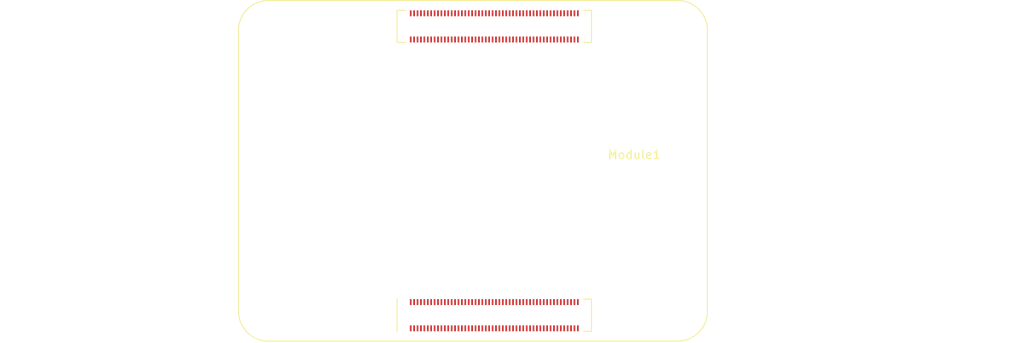
<source format=kicad_pcb>
(kicad_pcb (version 20240108) (generator "pcbnew") (generator_version "8.0")
  (layers (0 "F.Cu" signal) (31 "B.Cu" signal) (34 "B.Paste" user) (35 "F.Paste" user) (36 "B.SilkS" user "B.Silkscreen") (37 "F.SilkS" user "F.Silkscreen") (38 "B.Mask" user) (39 "F.Mask" user) (44 "Edge.Cuts" user))
  (net 0 "")
  (net 1 "GND")
  (net 2 "/+3.3v")
  (net 3 "/+5v")
  (net 4 "/CM4_HighSpeed/HDMI0_SDA")
  (net 5 "/CM4_HighSpeed/HDMI0_D2_N")
  (net 6 "/CM4_HighSpeed/HDMI0_CK_P")
  (net 7 "/CM4_HighSpeed/HDMI0_D1_P")
  (net 8 "/CM4_HighSpeed/HDMI0_CEC")
  (net 9 "/CM4_HighSpeed/HDMI0_CK_N")
  (net 10 "/CM4_HighSpeed/HDMI0_HOTPLUG")
  (net 11 "/CM4_HighSpeed/HDMI0_SCL")
  (net 12 "/CM4_HighSpeed/HDMI0_D0_N")
  (net 13 "/CM4_HighSpeed/HDMI0_D2_P")
  (net 14 "/CM4_HighSpeed/HDMI0_D1_N")
  (net 15 "/CM4_HighSpeed/HDMI0_D0_P")
  (net 16 "/CM4_GPIO ( Ethernet, GPIO, SDCARD)/AIN1")
  (net 17 "/CM4_GPIO ( Ethernet, GPIO, SDCARD)/EEPROM_nWP")
  (net 18 "/CM4_GPIO ( Ethernet, GPIO, SDCARD)/GLOBAL_EN")
  (net 19 "/CM4_GPIO ( Ethernet, GPIO, SDCARD)/SYNC_OUT")
  (net 20 "/CM4_GPIO ( Ethernet, GPIO, SDCARD)/SYNC_IN")
  (net 21 "/CM4_GPIO ( Ethernet, GPIO, SDCARD)/nRPIBOOT")
  (net 22 "/CM4_GPIO ( Ethernet, GPIO, SDCARD)/TV_OUT")
  (net 23 "/CM4_GPIO ( Ethernet, GPIO, SDCARD)/AIN0")
  (net 24 "/CM4_GPIO ( Ethernet, GPIO, SDCARD)/WL_nDis")
  (net 25 "/CM4_GPIO ( Ethernet, GPIO, SDCARD)/BT_nDis")
  (net 26 "/CM4_GPIO ( Ethernet, GPIO, SDCARD)/RUN_PG")
  (net 27 "/CM4_GPIO ( Ethernet, GPIO, SDCARD)/GPIO6")
  (net 28 "/CM4_GPIO ( Ethernet, GPIO, SDCARD)/GPIO14")
  (net 29 "/CM4_GPIO ( Ethernet, GPIO, SDCARD)/GPIO5")
  (net 30 "/CM4_GPIO ( Ethernet, GPIO, SDCARD)/GPIO12")
  (net 31 "/CM4_GPIO ( Ethernet, GPIO, SDCARD)/GPIO26")
  (net 32 "/CM4_GPIO ( Ethernet, GPIO, SDCARD)/GPIO18")
  (net 33 "/CM4_GPIO ( Ethernet, GPIO, SDCARD)/GPIO22")
  (net 34 "/CM4_GPIO ( Ethernet, GPIO, SDCARD)/GPIO10")
  (net 35 "/CM4_GPIO ( Ethernet, GPIO, SDCARD)/GPIO19")
  (net 36 "/CM4_GPIO ( Ethernet, GPIO, SDCARD)/GPIO13")
  (net 37 "/CM4_GPIO ( Ethernet, GPIO, SDCARD)/GPIO20")
  (net 38 "/CM4_GPIO ( Ethernet, GPIO, SDCARD)/GPIO21")
  (net 39 "/CM4_GPIO ( Ethernet, GPIO, SDCARD)/GPIO25")
  (net 40 "/CM4_GPIO ( Ethernet, GPIO, SDCARD)/GPIO17")
  (net 41 "/CM4_GPIO ( Ethernet, GPIO, SDCARD)/GPIO24")
  (net 42 "/CM4_GPIO ( Ethernet, GPIO, SDCARD)/GPIO4")
  (net 43 "/CM4_GPIO ( Ethernet, GPIO, SDCARD)/GPIO3")
  (net 44 "/CM4_GPIO ( Ethernet, GPIO, SDCARD)/GPIO15")
  (net 45 "/CM4_GPIO ( Ethernet, GPIO, SDCARD)/GPIO2")
  (net 46 "/CM4_GPIO ( Ethernet, GPIO, SDCARD)/GPIO8")
  (net 47 "/CM4_GPIO ( Ethernet, GPIO, SDCARD)/ID_SD")
  (net 48 "/CM4_GPIO ( Ethernet, GPIO, SDCARD)/GPIO16")
  (net 49 "/CM4_GPIO ( Ethernet, GPIO, SDCARD)/GPIO7")
  (net 50 "/CM4_GPIO ( Ethernet, GPIO, SDCARD)/GPIO11")
  (net 51 "/CM4_GPIO ( Ethernet, GPIO, SDCARD)/ID_SC")
  (net 52 "/CM4_GPIO ( Ethernet, GPIO, SDCARD)/GPIO23")
  (net 53 "/CM4_GPIO ( Ethernet, GPIO, SDCARD)/GPIO27")
  (net 54 "/CM4_GPIO ( Ethernet, GPIO, SDCARD)/GPIO9")
  (net 55 "/CM4_GPIO ( Ethernet, GPIO, SDCARD)/SD_CLK")
  (net 56 "/CM4_GPIO ( Ethernet, GPIO, SDCARD)/SD_DAT3")
  (net 57 "/CM4_GPIO ( Ethernet, GPIO, SDCARD)/SD_DAT1")
  (net 58 "/CM4_GPIO ( Ethernet, GPIO, SDCARD)/SD_DAT2")
  (net 59 "/CM4_GPIO ( Ethernet, GPIO, SDCARD)/SD_DAT0")
  (net 60 "/CM4_GPIO ( Ethernet, GPIO, SDCARD)/SD_CMD")
  (net 63 "/CM4_GPIO ( Ethernet, GPIO, SDCARD)/ETH_LEDG")
  (net 68 "Net-(Module1A-PI_nLED_Activity)")
  (net 69 "/CM4_GPIO ( Ethernet, GPIO, SDCARD)/TRD1_N")
  (net 70 "/CM4_HighSpeed/PCIE_CLK_N")
  (net 78 "/CM4_GPIO ( Ethernet, GPIO, SDCARD)/TRD2_N")
  (net 80 "/RTC , Wakeup, FAN/SDA")
  (net 85 "/CM4_HighSpeed/PCIE_CLK_nREQ")
  (net 87 "/CM4_GPIO ( Ethernet, GPIO, SDCARD)/TRD1_P")
  (net 88 "/CM4_HighSpeed/USB2_N")
  (net 93 "/CM4_GPIO ( Ethernet, GPIO, SDCARD)/TRD0_N")
  (net 94 "/CM4_HighSpeed/USBOTG_ID")
  (net 100 "/CM4_GPIO ( Ethernet, GPIO, SDCARD)/TRD3_P")
  (net 101 "/CM4_HighSpeed/USB2_P")
  (net 102 "/RTC , Wakeup, FAN/SCL")
  (net 103 "/CM4_GPIO ( Ethernet, GPIO, SDCARD)/TRD3_N")
  (net 104 "/CM4_GPIO ( Ethernet, GPIO, SDCARD)/SD_PWR_ON")
  (net 105 "/CM4_GPIO ( Ethernet, GPIO, SDCARD)/+1.8v")
  (net 109 "/CM4_GPIO ( Ethernet, GPIO, SDCARD)/TRD0_P")
  (net 110 "/CM4_GPIO ( Ethernet, GPIO, SDCARD)/GPIO_VREF")
  (net 113 "/CM4_GPIO ( Ethernet, GPIO, SDCARD)/Reserved")
  (net 117 "/CM4_GPIO ( Ethernet, GPIO, SDCARD)/ETH_LEDY")
  (net 122 "/CM4_HighSpeed/PCIE_TX_P")
  (net 126 "/CM4_HighSpeed/PCIE_RX_N")
  (net 127 "/CM4_HighSpeed/PCIE_nRST")
  (net 132 "/CM4_GPIO ( Ethernet, GPIO, SDCARD)/nPWR_LED")
  (net 133 "/CM4_HighSpeed/PCIE_TX_N")
  (net 135 "/nEXTRST")
  (net 136 "/CM4_HighSpeed/PCIE_RX_P")
  (net 139 "/CM4_GPIO ( Ethernet, GPIO, SDCARD)/TRD2_P")
  (net 142 "/CM4_HighSpeed/PCIE_CLK_P")
  (footprint "CM4IO:Raspberry-Pi-4-Compute-Module" (layer "F.Cu") (at 175.074874 119.08 90)
    (property "Reference" "Module1" (at 21.88 -8.554874 0) (layer "F.SilkS"))
    (property "Value" "ComputeModule4")
    (fp_line (start 36.5 -54.974874) (end 3.5 -54.974874) (stroke (width 0.12)) (layer "F.SilkS"))
    (fp_line (start 0 -51.474874) (end 0 -3.474874) (stroke (width 0.12)) (layer "F.SilkS"))
    (fp_line (start 38.85 -36.374874) (end 38.85 -35.374874) (stroke (width 0.12)) (layer "F.SilkS"))
    (fp_line (start 35.07 -36.374874) (end 38.85 -36.374874) (stroke (width 0.12)) (layer "F.SilkS"))
    (fp_line (start 35.07 -36.374874) (end 35.07 -35.374874) (stroke (width 0.12)) (layer "F.SilkS"))
    (fp_line (start 1.15 -36.374874) (end 4.93 -36.374874) (stroke (width 0.12)) (layer "F.SilkS"))
    (fp_line (start 38.85 -13.574874) (end 38.85 -14.574874) (stroke (width 0.12)) (layer "F.SilkS"))
    (fp_line (start 35.07 -13.574874) (end 35.07 -14.574874) (stroke (width 0.12)) (layer "F.SilkS"))
    (fp_line (start 35.07 -13.574874) (end 38.85 -13.574874) (stroke (width 0.12)) (layer "F.SilkS"))
    (fp_line (start 4.93 -13.574874) (end 4.93 -14.574874) (stroke (width 0.12)) (layer "F.SilkS"))
    (fp_line (start 1.15 -13.574874) (end 1.15 -14.574874) (stroke (width 0.12)) (layer "F.SilkS"))
    (fp_line (start 1.15 -13.574874) (end 4.93 -13.574874) (stroke (width 0.12)) (layer "F.SilkS"))
    (fp_line (start 40 -3.474874) (end 40 -51.474874) (stroke (width 0.12)) (layer "F.SilkS"))
    (fp_line (start 3.5 0.025126) (end 36.5 0.025126) (stroke (width 0.12)) (layer "F.SilkS"))
    (fp_arc (start 36.5 -54.974874) (mid 38.974865 -53.949746) (end 40 -51.474874) (stroke (width 0.12)) (layer "F.SilkS"))
    (fp_arc (start 0 -51.474874) (mid 1.025126 -53.949748) (end 3.5 -54.974874) (stroke (width 0.12)) (layer "F.SilkS"))
    (fp_arc (start 40 -3.474874) (mid 38.974875 -0.999998) (end 36.5 0.025126) (stroke (width 0.12)) (layer "F.SilkS"))
    (fp_arc (start 3.5 0.025126) (mid 1.025128 -1.000001) (end 0 -3.474874) (stroke (width 0.12)) (layer "F.SilkS"))
    (pad "" np_thru_hole circle (at 3.5 -51.474874 90) (size 2.7 2.7) (drill 2.7) (layers "*.Cu" "*.Mask") (clearance 1.7))
    (pad "" np_thru_hole circle (at 3.5 -3.474874 90) (size 2.7 2.7) (drill 2.7) (layers "*.Cu" "*.Mask") (clearance 1.7))
    (pad "" np_thru_hole circle (at 36.5 -51.474874 90) (size 2.7 2.7) (drill 2.7) (layers "*.Cu" "*.Mask") (clearance 1.7))
    (pad "" np_thru_hole circle (at 36.5 -3.474874 90) (size 2.7 2.7) (drill 2.7) (layers "*.Cu" "*.Mask") (clearance 1.7))
    (pad "1" smd rect (at 1.5 -34.774874) (size 0.2 0.7) (layers "F.Cu" "F.Paste" "F.Mask") (net 1 "GND"))
    (pad "2" smd rect (at 4.58 -34.774874) (size 0.2 0.7) (layers "F.Cu" "F.Paste" "F.Mask") (net 1 "GND"))
    (pad "3" smd rect (at 1.5 -34.374874) (size 0.2 0.7) (layers "F.Cu" "F.Paste" "F.Mask") (net 100 "/CM4_GPIO ( Ethernet, GPIO, SDCARD)/TRD3_P"))
    (pad "4" smd rect (at 4.58 -34.374874) (size 0.2 0.7) (layers "F.Cu" "F.Paste" "F.Mask") (net 87 "/CM4_GPIO ( Ethernet, GPIO, SDCARD)/TRD1_P"))
    (pad "5" smd rect (at 1.5 -33.974874) (size 0.2 0.7) (layers "F.Cu" "F.Paste" "F.Mask") (net 103 "/CM4_GPIO ( Ethernet, GPIO, SDCARD)/TRD3_N"))
    (pad "6" smd rect (at 4.58 -33.974874) (size 0.2 0.7) (layers "F.Cu" "F.Paste" "F.Mask") (net 69 "/CM4_GPIO ( Ethernet, GPIO, SDCARD)/TRD1_N"))
    (pad "7" smd rect (at 1.5 -33.574874) (size 0.2 0.7) (layers "F.Cu" "F.Paste" "F.Mask") (net 1 "GND"))
    (pad "8" smd rect (at 4.58 -33.574874) (size 0.2 0.7) (layers "F.Cu" "F.Paste" "F.Mask") (net 1 "GND"))
    (pad "9" smd rect (at 1.5 -33.174874) (size 0.2 0.7) (layers "F.Cu" "F.Paste" "F.Mask") (net 78 "/CM4_GPIO ( Ethernet, GPIO, SDCARD)/TRD2_N"))
    (pad "10" smd rect (at 4.58 -33.174874) (size 0.2 0.7) (layers "F.Cu" "F.Paste" "F.Mask") (net 93 "/CM4_GPIO ( Ethernet, GPIO, SDCARD)/TRD0_N"))
    (pad "11" smd rect (at 1.5 -32.774874) (size 0.2 0.7) (layers "F.Cu" "F.Paste" "F.Mask") (net 139 "/CM4_GPIO ( Ethernet, GPIO, SDCARD)/TRD2_P"))
    (pad "12" smd rect (at 4.58 -32.774874) (size 0.2 0.7) (layers "F.Cu" "F.Paste" "F.Mask") (net 109 "/CM4_GPIO ( Ethernet, GPIO, SDCARD)/TRD0_P"))
    (pad "13" smd rect (at 1.5 -32.374874) (size 0.2 0.7) (layers "F.Cu" "F.Paste" "F.Mask") (net 1 "GND"))
    (pad "14" smd rect (at 4.58 -32.374874) (size 0.2 0.7) (layers "F.Cu" "F.Paste" "F.Mask") (net 1 "GND"))
    (pad "15" smd rect (at 1.5 -31.974874) (size 0.2 0.7) (layers "F.Cu" "F.Paste" "F.Mask") (net 117 "/CM4_GPIO ( Ethernet, GPIO, SDCARD)/ETH_LEDY"))
    (pad "16" smd rect (at 4.58 -31.974874) (size 0.2 0.7) (layers "F.Cu" "F.Paste" "F.Mask") (net 20 "/CM4_GPIO ( Ethernet, GPIO, SDCARD)/SYNC_IN"))
    (pad "17" smd rect (at 1.5 -31.574874) (size 0.2 0.7) (layers "F.Cu" "F.Paste" "F.Mask") (net 63 "/CM4_GPIO ( Ethernet, GPIO, SDCARD)/ETH_LEDG"))
    (pad "18" smd rect (at 4.58 -31.574874) (size 0.2 0.7) (layers "F.Cu" "F.Paste" "F.Mask") (net 19 "/CM4_GPIO ( Ethernet, GPIO, SDCARD)/SYNC_OUT"))
    (pad "19" smd rect (at 1.5 -31.174874) (size 0.2 0.7) (layers "F.Cu" "F.Paste" "F.Mask"))
    (pad "20" smd rect (at 4.58 -31.174874) (size 0.2 0.7) (layers "F.Cu" "F.Paste" "F.Mask") (net 17 "/CM4_GPIO ( Ethernet, GPIO, SDCARD)/EEPROM_nWP"))
    (pad "21" smd rect (at 1.5 -30.774874) (size 0.2 0.7) (layers "F.Cu" "F.Paste" "F.Mask") (net 68 "Net-(Module1A-PI_nLED_Activity)"))
    (pad "22" smd rect (at 4.58 -30.774874) (size 0.2 0.7) (layers "F.Cu" "F.Paste" "F.Mask") (net 1 "GND"))
    (pad "23" smd rect (at 1.5 -30.374874) (size 0.2 0.7) (layers "F.Cu" "F.Paste" "F.Mask") (net 1 "GND"))
    (pad "24" smd rect (at 4.58 -30.374874) (size 0.2 0.7) (layers "F.Cu" "F.Paste" "F.Mask") (net 31 "/CM4_GPIO ( Ethernet, GPIO, SDCARD)/GPIO26"))
    (pad "25" smd rect (at 1.5 -29.974874) (size 0.2 0.7) (layers "F.Cu" "F.Paste" "F.Mask") (net 38 "/CM4_GPIO ( Ethernet, GPIO, SDCARD)/GPIO21"))
    (pad "26" smd rect (at 4.58 -29.974874) (size 0.2 0.7) (layers "F.Cu" "F.Paste" "F.Mask") (net 35 "/CM4_GPIO ( Ethernet, GPIO, SDCARD)/GPIO19"))
    (pad "27" smd rect (at 1.5 -29.574874) (size 0.2 0.7) (layers "F.Cu" "F.Paste" "F.Mask") (net 37 "/CM4_GPIO ( Ethernet, GPIO, SDCARD)/GPIO20"))
    (pad "28" smd rect (at 4.58 -29.574874) (size 0.2 0.7) (layers "F.Cu" "F.Paste" "F.Mask") (net 36 "/CM4_GPIO ( Ethernet, GPIO, SDCARD)/GPIO13"))
    (pad "29" smd rect (at 1.5 -29.174874) (size 0.2 0.7) (layers "F.Cu" "F.Paste" "F.Mask") (net 48 "/CM4_GPIO ( Ethernet, GPIO, SDCARD)/GPIO16"))
    (pad "30" smd rect (at 4.58 -29.174874) (size 0.2 0.7) (layers "F.Cu" "F.Paste" "F.Mask") (net 27 "/CM4_GPIO ( Ethernet, GPIO, SDCARD)/GPIO6"))
    (pad "31" smd rect (at 1.5 -28.774874) (size 0.2 0.7) (layers "F.Cu" "F.Paste" "F.Mask") (net 30 "/CM4_GPIO ( Ethernet, GPIO, SDCARD)/GPIO12"))
    (pad "32" smd rect (at 4.58 -28.774874) (size 0.2 0.7) (layers "F.Cu" "F.Paste" "F.Mask") (net 1 "GND"))
    (pad "33" smd rect (at 1.5 -28.374874) (size 0.2 0.7) (layers "F.Cu" "F.Paste" "F.Mask") (net 1 "GND"))
    (pad "34" smd rect (at 4.58 -28.374874) (size 0.2 0.7) (layers "F.Cu" "F.Paste" "F.Mask") (net 29 "/CM4_GPIO ( Ethernet, GPIO, SDCARD)/GPIO5"))
    (pad "35" smd rect (at 1.5 -27.974874) (size 0.2 0.7) (layers "F.Cu" "F.Paste" "F.Mask") (net 51 "/CM4_GPIO ( Ethernet, GPIO, SDCARD)/ID_SC"))
    (pad "36" smd rect (at 4.58 -27.974874) (size 0.2 0.7) (layers "F.Cu" "F.Paste" "F.Mask") (net 47 "/CM4_GPIO ( Ethernet, GPIO, SDCARD)/ID_SD"))
    (pad "37" smd rect (at 1.5 -27.574874) (size 0.2 0.7) (layers "F.Cu" "F.Paste" "F.Mask") (net 49 "/CM4_GPIO ( Ethernet, GPIO, SDCARD)/GPIO7"))
    (pad "38" smd rect (at 4.58 -27.574874) (size 0.2 0.7) (layers "F.Cu" "F.Paste" "F.Mask") (net 50 "/CM4_GPIO ( Ethernet, GPIO, SDCARD)/GPIO11"))
    (pad "39" smd rect (at 1.5 -27.174874) (size 0.2 0.7) (layers "F.Cu" "F.Paste" "F.Mask") (net 46 "/CM4_GPIO ( Ethernet, GPIO, SDCARD)/GPIO8"))
    (pad "40" smd rect (at 4.58 -27.174874) (size 0.2 0.7) (layers "F.Cu" "F.Paste" "F.Mask") (net 54 "/CM4_GPIO ( Ethernet, GPIO, SDCARD)/GPIO9"))
    (pad "41" smd rect (at 1.5 -26.774874) (size 0.2 0.7) (layers "F.Cu" "F.Paste" "F.Mask") (net 39 "/CM4_GPIO ( Ethernet, GPIO, SDCARD)/GPIO25"))
    (pad "42" smd rect (at 4.58 -26.774874) (size 0.2 0.7) (layers "F.Cu" "F.Paste" "F.Mask") (net 1 "GND"))
    (pad "43" smd rect (at 1.5 -26.374874) (size 0.2 0.7) (layers "F.Cu" "F.Paste" "F.Mask") (net 1 "GND"))
    (pad "44" smd rect (at 4.58 -26.374874) (size 0.2 0.7) (layers "F.Cu" "F.Paste" "F.Mask") (net 34 "/CM4_GPIO ( Ethernet, GPIO, SDCARD)/GPIO10"))
    (pad "45" smd rect (at 1.5 -25.974874) (size 0.2 0.7) (layers "F.Cu" "F.Paste" "F.Mask") (net 41 "/CM4_GPIO ( Ethernet, GPIO, SDCARD)/GPIO24"))
    (pad "46" smd rect (at 4.58 -25.974874) (size 0.2 0.7) (layers "F.Cu" "F.Paste" "F.Mask") (net 33 "/CM4_GPIO ( Ethernet, GPIO, SDCARD)/GPIO22"))
    (pad "47" smd rect (at 1.5 -25.574874) (size 0.2 0.7) (layers "F.Cu" "F.Paste" "F.Mask") (net 52 "/CM4_GPIO ( Ethernet, GPIO, SDCARD)/GPIO23"))
    (pad "48" smd rect (at 4.58 -25.574874) (size 0.2 0.7) (layers "F.Cu" "F.Paste" "F.Mask") (net 53 "/CM4_GPIO ( Ethernet, GPIO, SDCARD)/GPIO27"))
    (pad "49" smd rect (at 1.5 -25.174874) (size 0.2 0.7) (layers "F.Cu" "F.Paste" "F.Mask") (net 32 "/CM4_GPIO ( Ethernet, GPIO, SDCARD)/GPIO18"))
    (pad "50" smd rect (at 4.58 -25.174874) (size 0.2 0.7) (layers "F.Cu" "F.Paste" "F.Mask") (net 40 "/CM4_GPIO ( Ethernet, GPIO, SDCARD)/GPIO17"))
    (pad "51" smd rect (at 1.5 -24.774874) (size 0.2 0.7) (layers "F.Cu" "F.Paste" "F.Mask") (net 44 "/CM4_GPIO ( Ethernet, GPIO, SDCARD)/GPIO15"))
    (pad "52" smd rect (at 4.58 -24.774874) (size 0.2 0.7) (layers "F.Cu" "F.Paste" "F.Mask") (net 1 "GND"))
    (pad "53" smd rect (at 1.5 -24.374874) (size 0.2 0.7) (layers "F.Cu" "F.Paste" "F.Mask") (net 1 "GND"))
    (pad "54" smd rect (at 4.58 -24.374874) (size 0.2 0.7) (layers "F.Cu" "F.Paste" "F.Mask") (net 42 "/CM4_GPIO ( Ethernet, GPIO, SDCARD)/GPIO4"))
    (pad "55" smd rect (at 1.5 -23.974874) (size 0.2 0.7) (layers "F.Cu" "F.Paste" "F.Mask") (net 28 "/CM4_GPIO ( Ethernet, GPIO, SDCARD)/GPIO14"))
    (pad "56" smd rect (at 4.58 -23.974874) (size 0.2 0.7) (layers "F.Cu" "F.Paste" "F.Mask") (net 43 "/CM4_GPIO ( Ethernet, GPIO, SDCARD)/GPIO3"))
    (pad "57" smd rect (at 1.5 -23.574874) (size 0.2 0.7) (layers "F.Cu" "F.Paste" "F.Mask") (net 55 "/CM4_GPIO ( Ethernet, GPIO, SDCARD)/SD_CLK"))
    (pad "58" smd rect (at 4.58 -23.574874) (size 0.2 0.7) (layers "F.Cu" "F.Paste" "F.Mask") (net 45 "/CM4_GPIO ( Ethernet, GPIO, SDCARD)/GPIO2"))
    (pad "59" smd rect (at 1.5 -23.174874) (size 0.2 0.7) (layers "F.Cu" "F.Paste" "F.Mask") (net 1 "GND"))
    (pad "60" smd rect (at 4.58 -23.174874) (size 0.2 0.7) (layers "F.Cu" "F.Paste" "F.Mask") (net 1 "GND"))
    (pad "61" smd rect (at 1.5 -22.774874) (size 0.2 0.7) (layers "F.Cu" "F.Paste" "F.Mask") (net 56 "/CM4_GPIO ( Ethernet, GPIO, SDCARD)/SD_DAT3"))
    (pad "62" smd rect (at 4.58 -22.774874) (size 0.2 0.7) (layers "F.Cu" "F.Paste" "F.Mask") (net 60 "/CM4_GPIO ( Ethernet, GPIO, SDCARD)/SD_CMD"))
    (pad "63" smd rect (at 1.5 -22.374874) (size 0.2 0.7) (layers "F.Cu" "F.Paste" "F.Mask") (net 59 "/CM4_GPIO ( Ethernet, GPIO, SDCARD)/SD_DAT0"))
    (pad "64" smd rect (at 4.58 -22.374874) (size 0.2 0.7) (layers "F.Cu" "F.Paste" "F.Mask"))
    (pad "65" smd rect (at 1.5 -21.974874) (size 0.2 0.7) (layers "F.Cu" "F.Paste" "F.Mask") (net 1 "GND"))
    (pad "66" smd rect (at 4.58 -21.974874) (size 0.2 0.7) (layers "F.Cu" "F.Paste" "F.Mask") (net 1 "GND"))
    (pad "67" smd rect (at 1.5 -21.574874) (size 0.2 0.7) (layers "F.Cu" "F.Paste" "F.Mask") (net 57 "/CM4_GPIO ( Ethernet, GPIO, SDCARD)/SD_DAT1"))
    (pad "68" smd rect (at 4.58 -21.574874) (size 0.2 0.7) (layers "F.Cu" "F.Paste" "F.Mask"))
    (pad "69" smd rect (at 1.5 -21.174874) (size 0.2 0.7) (layers "F.Cu" "F.Paste" "F.Mask") (net 58 "/CM4_GPIO ( Ethernet, GPIO, SDCARD)/SD_DAT2"))
    (pad "70" smd rect (at 4.58 -21.174874) (size 0.2 0.7) (layers "F.Cu" "F.Paste" "F.Mask"))
    (pad "71" smd rect (at 1.5 -20.774874) (size 0.2 0.7) (layers "F.Cu" "F.Paste" "F.Mask") (net 1 "GND"))
    (pad "72" smd rect (at 4.58 -20.774874) (size 0.2 0.7) (layers "F.Cu" "F.Paste" "F.Mask"))
    (pad "73" smd rect (at 1.5 -20.374874) (size 0.2 0.7) (layers "F.Cu" "F.Paste" "F.Mask"))
    (pad "74" smd rect (at 4.58 -20.374874) (size 0.2 0.7) (layers "F.Cu" "F.Paste" "F.Mask") (net 1 "GND"))
    (pad "75" smd rect (at 1.5 -19.974874) (size 0.2 0.7) (layers "F.Cu" "F.Paste" "F.Mask") (net 104 "/CM4_GPIO ( Ethernet, GPIO, SDCARD)/SD_PWR_ON"))
    (pad "76" smd rect (at 4.58 -19.974874) (size 0.2 0.7) (layers "F.Cu" "F.Paste" "F.Mask") (net 113 "/CM4_GPIO ( Ethernet, GPIO, SDCARD)/Reserved"))
    (pad "77" smd rect (at 1.5 -19.574874) (size 0.2 0.7) (layers "F.Cu" "F.Paste" "F.Mask") (net 3 "/+5v"))
    (pad "78" smd rect (at 4.58 -19.574874) (size 0.2 0.7) (layers "F.Cu" "F.Paste" "F.Mask") (net 110 "/CM4_GPIO ( Ethernet, GPIO, SDCARD)/GPIO_VREF"))
    (pad "79" smd rect (at 1.5 -19.174874) (size 0.2 0.7) (layers "F.Cu" "F.Paste" "F.Mask") (net 3 "/+5v"))
    (pad "80" smd rect (at 4.58 -19.174874) (size 0.2 0.7) (layers "F.Cu" "F.Paste" "F.Mask") (net 102 "/RTC , Wakeup, FAN/SCL"))
    (pad "81" smd rect (at 1.5 -18.774874) (size 0.2 0.7) (layers "F.Cu" "F.Paste" "F.Mask") (net 3 "/+5v"))
    (pad "82" smd rect (at 4.58 -18.774874) (size 0.2 0.7) (layers "F.Cu" "F.Paste" "F.Mask") (net 80 "/RTC , Wakeup, FAN/SDA"))
    (pad "83" smd rect (at 1.5 -18.374874) (size 0.2 0.7) (layers "F.Cu" "F.Paste" "F.Mask") (net 3 "/+5v"))
    (pad "84" smd rect (at 4.58 -18.374874) (size 0.2 0.7) (layers "F.Cu" "F.Paste" "F.Mask") (net 2 "/+3.3v"))
    (pad "85" smd rect (at 1.5 -17.974874) (size 0.2 0.7) (layers "F.Cu" "F.Paste" "F.Mask") (net 3 "/+5v"))
    (pad "86" smd rect (at 4.58 -17.974874) (size 0.2 0.7) (layers "F.Cu" "F.Paste" "F.Mask") (net 2 "/+3.3v"))
    (pad "87" smd rect (at 1.5 -17.574874) (size 0.2 0.7) (layers "F.Cu" "F.Paste" "F.Mask") (net 3 "/+5v"))
    (pad "88" smd rect (at 4.58 -17.574874) (size 0.2 0.7) (layers "F.Cu" "F.Paste" "F.Mask") (net 105 "/CM4_GPIO ( Ethernet, GPIO, SDCARD)/+1.8v"))
    (pad "89" smd rect (at 1.5 -17.174874) (size 0.2 0.7) (layers "F.Cu" "F.Paste" "F.Mask") (net 24 "/CM4_GPIO ( Ethernet, GPIO, SDCARD)/WL_nDis"))
    (pad "90" smd rect (at 4.58 -17.174874) (size 0.2 0.7) (layers "F.Cu" "F.Paste" "F.Mask") (net 105 "/CM4_GPIO ( Ethernet, GPIO, SDCARD)/+1.8v"))
    (pad "91" smd rect (at 1.5 -16.774874) (size 0.2 0.7) (layers "F.Cu" "F.Paste" "F.Mask") (net 25 "/CM4_GPIO ( Ethernet, GPIO, SDCARD)/BT_nDis"))
    (pad "92" smd rect (at 4.58 -16.774874) (size 0.2 0.7) (layers "F.Cu" "F.Paste" "F.Mask") (net 26 "/CM4_GPIO ( Ethernet, GPIO, SDCARD)/RUN_PG"))
    (pad "93" smd rect (at 1.5 -16.374874) (size 0.2 0.7) (layers "F.Cu" "F.Paste" "F.Mask") (net 21 "/CM4_GPIO ( Ethernet, GPIO, SDCARD)/nRPIBOOT"))
    (pad "94" smd rect (at 4.58 -16.374874) (size 0.2 0.7) (layers "F.Cu" "F.Paste" "F.Mask") (net 16 "/CM4_GPIO ( Ethernet, GPIO, SDCARD)/AIN1"))
    (pad "95" smd rect (at 1.5 -15.974874) (size 0.2 0.7) (layers "F.Cu" "F.Paste" "F.Mask") (net 132 "/CM4_GPIO ( Ethernet, GPIO, SDCARD)/nPWR_LED"))
    (pad "96" smd rect (at 4.58 -15.974874) (size 0.2 0.7) (layers "F.Cu" "F.Paste" "F.Mask") (net 23 "/CM4_GPIO ( Ethernet, GPIO, SDCARD)/AIN0"))
    (pad "97" smd rect (at 1.5 -15.574874) (size 0.2 0.7) (layers "F.Cu" "F.Paste" "F.Mask"))
    (pad "98" smd rect (at 4.58 -15.574874) (size 0.2 0.7) (layers "F.Cu" "F.Paste" "F.Mask") (net 1 "GND"))
    (pad "99" smd rect (at 1.5 -15.174874) (size 0.2 0.7) (layers "F.Cu" "F.Paste" "F.Mask") (net 18 "/CM4_GPIO ( Ethernet, GPIO, SDCARD)/GLOBAL_EN"))
    (pad "100" smd rect (at 4.58 -15.174874) (size 0.2 0.7) (layers "F.Cu" "F.Paste" "F.Mask") (net 135 "/nEXTRST"))
    (pad "101" smd rect (at 35.42 -34.774874) (size 0.2 0.7) (layers "F.Cu" "F.Paste" "F.Mask") (net 94 "/CM4_HighSpeed/USBOTG_ID"))
    (pad "102" smd rect (at 38.5 -34.774874) (size 0.2 0.7) (layers "F.Cu" "F.Paste" "F.Mask") (net 85 "/CM4_HighSpeed/PCIE_CLK_nREQ"))
    (pad "103" smd rect (at 35.42 -34.374874) (size 0.2 0.7) (layers "F.Cu" "F.Paste" "F.Mask") (net 88 "/CM4_HighSpeed/USB2_N"))
    (pad "104" smd rect (at 38.5 -34.374874) (size 0.2 0.7) (layers "F.Cu" "F.Paste" "F.Mask"))
    (pad "105" smd rect (at 35.42 -33.974874) (size 0.2 0.7) (layers "F.Cu" "F.Paste" "F.Mask") (net 101 "/CM4_HighSpeed/USB2_P"))
    (pad "106" smd rect (at 38.5 -33.974874) (size 0.2 0.7) (layers "F.Cu" "F.Paste" "F.Mask"))
    (pad "107" smd rect (at 35.42 -33.574874) (size 0.2 0.7) (layers "F.Cu" "F.Paste" "F.Mask") (net 1 "GND"))
    (pad "108" smd rect (at 38.5 -33.574874) (size 0.2 0.7) (layers "F.Cu" "F.Paste" "F.Mask") (net 1 "GND"))
    (pad "109" smd rect (at 35.42 -33.174874) (size 0.2 0.7) (layers "F.Cu" "F.Paste" "F.Mask") (net 127 "/CM4_HighSpeed/PCIE_nRST"))
    (pad "110" smd rect (at 38.5 -33.174874) (size 0.2 0.7) (layers "F.Cu" "F.Paste" "F.Mask") (net 142 "/CM4_HighSpeed/PCIE_CLK_P"))
    (pad "111" smd rect (at 35.42 -32.774874) (size 0.2 0.7) (layers "F.Cu" "F.Paste" "F.Mask") (net 22 "/CM4_GPIO ( Ethernet, GPIO, SDCARD)/TV_OUT"))
    (pad "112" smd rect (at 38.5 -32.774874) (size 0.2 0.7) (layers "F.Cu" "F.Paste" "F.Mask") (net 70 "/CM4_HighSpeed/PCIE_CLK_N"))
    (pad "113" smd rect (at 35.42 -32.374874) (size 0.2 0.7) (layers "F.Cu" "F.Paste" "F.Mask") (net 1 "GND"))
    (pad "114" smd rect (at 38.5 -32.374874) (size 0.2 0.7) (layers "F.Cu" "F.Paste" "F.Mask") (net 1 "GND"))
    (pad "115" smd rect (at 35.42 -31.974874) (size 0.2 0.7) (layers "F.Cu" "F.Paste" "F.Mask"))
    (pad "116" smd rect (at 38.5 -31.974874) (size 0.2 0.7) (layers "F.Cu" "F.Paste" "F.Mask") (net 136 "/CM4_HighSpeed/PCIE_RX_P"))
    (pad "117" smd rect (at 35.42 -31.574874) (size 0.2 0.7) (layers "F.Cu" "F.Paste" "F.Mask"))
    (pad "118" smd rect (at 38.5 -31.574874) (size 0.2 0.7) (layers "F.Cu" "F.Paste" "F.Mask") (net 126 "/CM4_HighSpeed/PCIE_RX_N"))
    (pad "119" smd rect (at 35.42 -31.174874) (size 0.2 0.7) (layers "F.Cu" "F.Paste" "F.Mask") (net 1 "GND"))
    (pad "120" smd rect (at 38.5 -31.174874) (size 0.2 0.7) (layers "F.Cu" "F.Paste" "F.Mask") (net 1 "GND"))
    (pad "121" smd rect (at 35.42 -30.774874) (size 0.2 0.7) (layers "F.Cu" "F.Paste" "F.Mask"))
    (pad "122" smd rect (at 38.5 -30.774874) (size 0.2 0.7) (layers "F.Cu" "F.Paste" "F.Mask") (net 122 "/CM4_HighSpeed/PCIE_TX_P"))
    (pad "123" smd rect (at 35.42 -30.374874) (size 0.2 0.7) (layers "F.Cu" "F.Paste" "F.Mask"))
    (pad "124" smd rect (at 38.5 -30.374874) (size 0.2 0.7) (layers "F.Cu" "F.Paste" "F.Mask") (net 133 "/CM4_HighSpeed/PCIE_TX_N"))
    (pad "125" smd rect (at 35.42 -29.974874) (size 0.2 0.7) (layers "F.Cu" "F.Paste" "F.Mask") (net 1 "GND"))
    (pad "126" smd rect (at 38.5 -29.974874) (size 0.2 0.7) (layers "F.Cu" "F.Paste" "F.Mask") (net 1 "GND"))
    (pad "127" smd rect (at 35.42 -29.574874) (size 0.2 0.7) (layers "F.Cu" "F.Paste" "F.Mask"))
    (pad "128" smd rect (at 38.5 -29.574874) (size 0.2 0.7) (layers "F.Cu" "F.Paste" "F.Mask"))
    (pad "129" smd rect (at 35.42 -29.174874) (size 0.2 0.7) (layers "F.Cu" "F.Paste" "F.Mask"))
    (pad "130" smd rect (at 38.5 -29.174874) (size 0.2 0.7) (layers "F.Cu" "F.Paste" "F.Mask"))
    (pad "131" smd rect (at 35.42 -28.774874) (size 0.2 0.7) (layers "F.Cu" "F.Paste" "F.Mask") (net 1 "GND"))
    (pad "132" smd rect (at 38.5 -28.774874) (size 0.2 0.7) (layers "F.Cu" "F.Paste" "F.Mask") (net 1 "GND"))
    (pad "133" smd rect (at 35.42 -28.374874) (size 0.2 0.7) (layers "F.Cu" "F.Paste" "F.Mask"))
    (pad "134" smd rect (at 38.5 -28.374874) (size 0.2 0.7) (layers "F.Cu" "F.Paste" "F.Mask"))
    (pad "135" smd rect (at 35.42 -27.974874) (size 0.2 0.7) (layers "F.Cu" "F.Paste" "F.Mask"))
    (pad "136" smd rect (at 38.5 -27.974874) (size 0.2 0.7) (layers "F.Cu" "F.Paste" "F.Mask"))
    (pad "137" smd rect (at 35.42 -27.574874) (size 0.2 0.7) (layers "F.Cu" "F.Paste" "F.Mask") (net 1 "GND"))
    (pad "138" smd rect (at 38.5 -27.574874) (size 0.2 0.7) (layers "F.Cu" "F.Paste" "F.Mask") (net 1 "GND"))
    (pad "139" smd rect (at 35.42 -27.174874) (size 0.2 0.7) (layers "F.Cu" "F.Paste" "F.Mask"))
    (pad "140" smd rect (at 38.5 -27.174874) (size 0.2 0.7) (layers "F.Cu" "F.Paste" "F.Mask"))
    (pad "141" smd rect (at 35.42 -26.774874) (size 0.2 0.7) (layers "F.Cu" "F.Paste" "F.Mask"))
    (pad "142" smd rect (at 38.5 -26.774874) (size 0.2 0.7) (layers "F.Cu" "F.Paste" "F.Mask"))
    (pad "143" smd rect (at 35.42 -26.374874) (size 0.2 0.7) (layers "F.Cu" "F.Paste" "F.Mask"))
    (pad "144" smd rect (at 38.5 -26.374874) (size 0.2 0.7) (layers "F.Cu" "F.Paste" "F.Mask") (net 1 "GND"))
    (pad "145" smd rect (at 35.42 -25.974874) (size 0.2 0.7) (layers "F.Cu" "F.Paste" "F.Mask"))
    (pad "146" smd rect (at 38.5 -25.974874) (size 0.2 0.7) (layers "F.Cu" "F.Paste" "F.Mask"))
    (pad "147" smd rect (at 35.42 -25.574874) (size 0.2 0.7) (layers "F.Cu" "F.Paste" "F.Mask"))
    (pad "148" smd rect (at 38.5 -25.574874) (size 0.2 0.7) (layers "F.Cu" "F.Paste" "F.Mask"))
    (pad "149" smd rect (at 35.42 -25.174874) (size 0.2 0.7) (layers "F.Cu" "F.Paste" "F.Mask"))
    (pad "150" smd rect (at 38.5 -25.174874) (size 0.2 0.7) (layers "F.Cu" "F.Paste" "F.Mask") (net 1 "GND"))
    (pad "151" smd rect (at 35.42 -24.774874) (size 0.2 0.7) (layers "F.Cu" "F.Paste" "F.Mask") (net 8 "/CM4_HighSpeed/HDMI0_CEC"))
    (pad "152" smd rect (at 38.5 -24.774874) (size 0.2 0.7) (layers "F.Cu" "F.Paste" "F.Mask"))
    (pad "153" smd rect (at 35.42 -24.374874) (size 0.2 0.7) (layers "F.Cu" "F.Paste" "F.Mask") (net 10 "/CM4_HighSpeed/HDMI0_HOTPLUG"))
    (pad "154" smd rect (at 38.5 -24.374874) (size 0.2 0.7) (layers "F.Cu" "F.Paste" "F.Mask"))
    (pad "155" smd rect (at 35.42 -23.974874) (size 0.2 0.7) (layers "F.Cu" "F.Paste" "F.Mask") (net 1 "GND"))
    (pad "156" smd rect (at 38.5 -23.974874) (size 0.2 0.7) (layers "F.Cu" "F.Paste" "F.Mask") (net 1 "GND"))
    (pad "157" smd rect (at 35.42 -23.574874) (size 0.2 0.7) (layers "F.Cu" "F.Paste" "F.Mask"))
    (pad "158" smd rect (at 38.5 -23.574874) (size 0.2 0.7) (layers "F.Cu" "F.Paste" "F.Mask"))
    (pad "159" smd rect (at 35.42 -23.174874) (size 0.2 0.7) (layers "F.Cu" "F.Paste" "F.Mask"))
    (pad "160" smd rect (at 38.5 -23.174874) (size 0.2 0.7) (layers "F.Cu" "F.Paste" "F.Mask"))
    (pad "161" smd rect (at 35.42 -22.774874) (size 0.2 0.7) (layers "F.Cu" "F.Paste" "F.Mask") (net 1 "GND"))
    (pad "162" smd rect (at 38.5 -22.774874) (size 0.2 0.7) (layers "F.Cu" "F.Paste" "F.Mask") (net 1 "GND"))
    (pad "163" smd rect (at 35.42 -22.374874) (size 0.2 0.7) (layers "F.Cu" "F.Paste" "F.Mask"))
    (pad "164" smd rect (at 38.5 -22.374874) (size 0.2 0.7) (layers "F.Cu" "F.Paste" "F.Mask"))
    (pad "165" smd rect (at 35.42 -21.974874) (size 0.2 0.7) (layers "F.Cu" "F.Paste" "F.Mask"))
    (pad "166" smd rect (at 38.5 -21.974874) (size 0.2 0.7) (layers "F.Cu" "F.Paste" "F.Mask"))
    (pad "167" smd rect (at 35.42 -21.574874) (size 0.2 0.7) (layers "F.Cu" "F.Paste" "F.Mask") (net 1 "GND"))
    (pad "168" smd rect (at 38.5 -21.574874) (size 0.2 0.7) (layers "F.Cu" "F.Paste" "F.Mask") (net 1 "GND"))
    (pad "169" smd rect (at 35.42 -21.174874) (size 0.2 0.7) (layers "F.Cu" "F.Paste" "F.Mask"))
    (pad "170" smd rect (at 38.5 -21.174874) (size 0.2 0.7) (layers "F.Cu" "F.Paste" "F.Mask") (net 13 "/CM4_HighSpeed/HDMI0_D2_P"))
    (pad "171" smd rect (at 35.42 -20.774874) (size 0.2 0.7) (layers "F.Cu" "F.Paste" "F.Mask"))
    (pad "172" smd rect (at 38.5 -20.774874) (size 0.2 0.7) (layers "F.Cu" "F.Paste" "F.Mask") (net 5 "/CM4_HighSpeed/HDMI0_D2_N"))
    (pad "173" smd rect (at 35.42 -20.374874) (size 0.2 0.7) (layers "F.Cu" "F.Paste" "F.Mask") (net 1 "GND"))
    (pad "174" smd rect (at 38.5 -20.374874) (size 0.2 0.7) (layers "F.Cu" "F.Paste" "F.Mask") (net 1 "GND"))
    (pad "175" smd rect (at 35.42 -19.974874) (size 0.2 0.7) (layers "F.Cu" "F.Paste" "F.Mask"))
    (pad "176" smd rect (at 38.5 -19.974874) (size 0.2 0.7) (layers "F.Cu" "F.Paste" "F.Mask") (net 7 "/CM4_HighSpeed/HDMI0_D1_P"))
    (pad "177" smd rect (at 35.42 -19.574874) (size 0.2 0.7) (layers "F.Cu" "F.Paste" "F.Mask"))
    (pad "178" smd rect (at 38.5 -19.574874) (size 0.2 0.7) (layers "F.Cu" "F.Paste" "F.Mask") (net 14 "/CM4_HighSpeed/HDMI0_D1_N"))
    (pad "179" smd rect (at 35.42 -19.174874) (size 0.2 0.7) (layers "F.Cu" "F.Paste" "F.Mask") (net 1 "GND"))
    (pad "180" smd rect (at 38.5 -19.174874) (size 0.2 0.7) (layers "F.Cu" "F.Paste" "F.Mask") (net 1 "GND"))
    (pad "181" smd rect (at 35.42 -18.774874) (size 0.2 0.7) (layers "F.Cu" "F.Paste" "F.Mask"))
    (pad "182" smd rect (at 38.5 -18.774874) (size 0.2 0.7) (layers "F.Cu" "F.Paste" "F.Mask") (net 15 "/CM4_HighSpeed/HDMI0_D0_P"))
    (pad "183" smd rect (at 35.42 -18.374874) (size 0.2 0.7) (layers "F.Cu" "F.Paste" "F.Mask"))
    (pad "184" smd rect (at 38.5 -18.374874) (size 0.2 0.7) (layers "F.Cu" "F.Paste" "F.Mask") (net 12 "/CM4_HighSpeed/HDMI0_D0_N"))
    (pad "185" smd rect (at 35.42 -17.974874) (size 0.2 0.7) (layers "F.Cu" "F.Paste" "F.Mask") (net 1 "GND"))
    (pad "186" smd rect (at 38.5 -17.974874) (size 0.2 0.7) (layers "F.Cu" "F.Paste" "F.Mask") (net 1 "GND"))
    (pad "187" smd rect (at 35.42 -17.574874) (size 0.2 0.7) (layers "F.Cu" "F.Paste" "F.Mask"))
    (pad "188" smd rect (at 38.5 -17.574874) (size 0.2 0.7) (layers "F.Cu" "F.Paste" "F.Mask") (net 6 "/CM4_HighSpeed/HDMI0_CK_P"))
    (pad "189" smd rect (at 35.42 -17.174874) (size 0.2 0.7) (layers "F.Cu" "F.Paste" "F.Mask"))
    (pad "190" smd rect (at 38.5 -17.174874) (size 0.2 0.7) (layers "F.Cu" "F.Paste" "F.Mask") (net 9 "/CM4_HighSpeed/HDMI0_CK_N"))
    (pad "191" smd rect (at 35.42 -16.774874) (size 0.2 0.7) (layers "F.Cu" "F.Paste" "F.Mask") (net 1 "GND"))
    (pad "192" smd rect (at 38.5 -16.774874) (size 0.2 0.7) (layers "F.Cu" "F.Paste" "F.Mask") (net 1 "GND"))
    (pad "193" smd rect (at 35.42 -16.374874) (size 0.2 0.7) (layers "F.Cu" "F.Paste" "F.Mask"))
    (pad "194" smd rect (at 38.5 -16.374874) (size 0.2 0.7) (layers "F.Cu" "F.Paste" "F.Mask"))
    (pad "195" smd rect (at 35.42 -15.974874) (size 0.2 0.7) (layers "F.Cu" "F.Paste" "F.Mask"))
    (pad "196" smd rect (at 38.5 -15.974874) (size 0.2 0.7) (layers "F.Cu" "F.Paste" "F.Mask"))
    (pad "197" smd rect (at 35.42 -15.574874) (size 0.2 0.7) (layers "F.Cu" "F.Paste" "F.Mask") (net 1 "GND"))
    (pad "198" smd rect (at 38.5 -15.574874) (size 0.2 0.7) (layers "F.Cu" "F.Paste" "F.Mask") (net 1 "GND"))
    (pad "199" smd rect (at 35.42 -15.174874) (size 0.2 0.7) (layers "F.Cu" "F.Paste" "F.Mask") (net 4 "/CM4_HighSpeed/HDMI0_SDA"))
    (pad "200" smd rect (at 38.5 -15.174874) (size 0.2 0.7) (layers "F.Cu" "F.Paste" "F.Mask") (net 11 "/CM4_HighSpeed/HDMI0_SCL"))
  )
)
</source>
